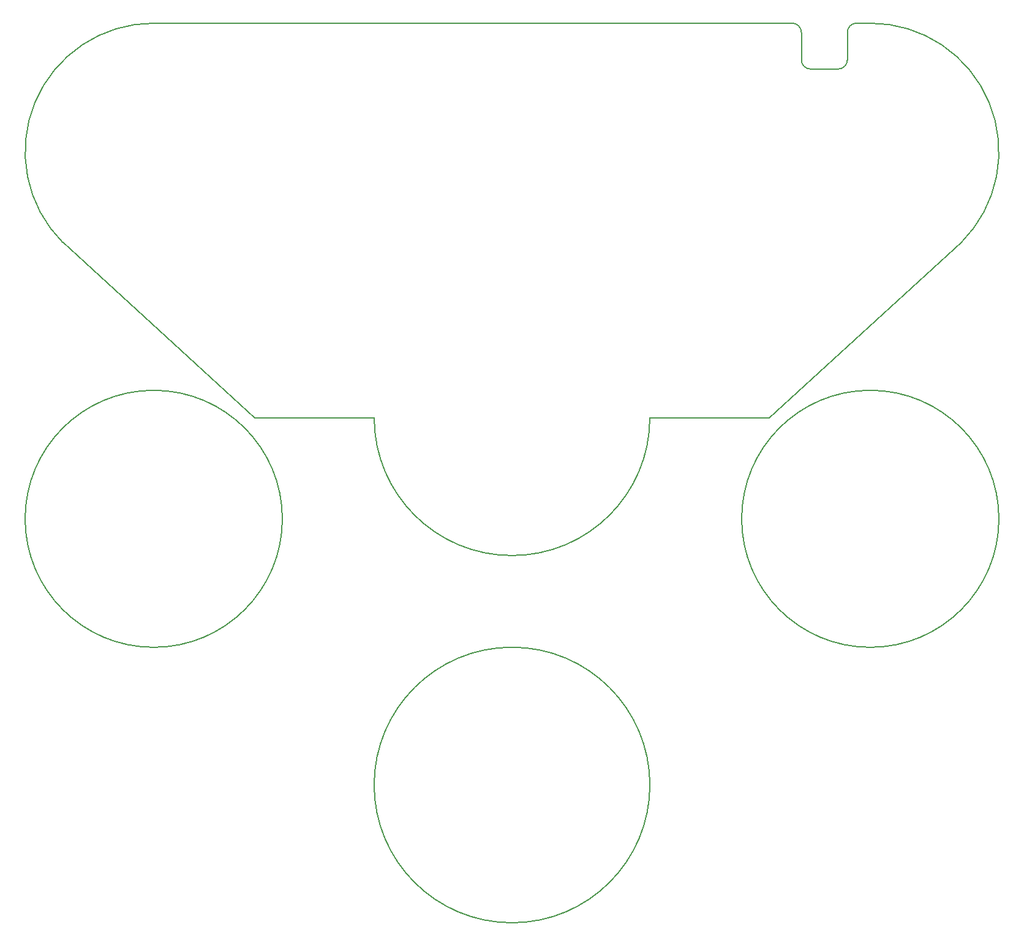
<source format=gm1>
%TF.GenerationSoftware,KiCad,Pcbnew,4.1.0-alpha+201609021633+7109~49~ubuntu16.04.1-product*%
%TF.CreationDate,2016-09-14T14:47:56+05:30*%
%TF.ProjectId,OTS2,4F5453322E6B696361645F7063620000,rev?*%
%TF.FileFunction,Profile,NP*%
%FSLAX46Y46*%
G04 Gerber Fmt 4.6, Leading zero omitted, Abs format (unit mm)*
G04 Created by KiCad (PCBNEW 4.1.0-alpha+201609021633+7109~49~ubuntu16.04.1-product) date Wed Sep 14 14:47:56 2016*
%MOMM*%
%LPD*%
G01*
G04 APERTURE LIST*
%ADD10C,0.101600*%
%ADD11C,0.203200*%
%ADD12C,0.152400*%
G04 APERTURE END LIST*
D10*
D11*
X111135580Y-128270000D02*
G75*
G03X111135580Y-128270000I-19060580J0D01*
G01*
X159385000Y-91440000D02*
G75*
G03X159385000Y-91440000I-17780000J0D01*
G01*
X60325000Y-91440000D02*
G75*
G03X60325000Y-91440000I-17780000J0D01*
G01*
D12*
X73025000Y-77470000D02*
G75*
G03X111125000Y-77470000I19050000J0D01*
G01*
X139700000Y-22860000D02*
X141605000Y-22860000D01*
X139700000Y-22860000D02*
G75*
G03X138430000Y-24130000I0J-1270000D01*
G01*
X132080000Y-24130000D02*
G75*
G03X130810000Y-22860000I-1270000J0D01*
G01*
X137160000Y-29210000D02*
G75*
G03X138430000Y-27940000I0J1270000D01*
G01*
X132080000Y-27940000D02*
G75*
G03X133350000Y-29210000I1270000J0D01*
G01*
X133350000Y-29210000D02*
X137160000Y-29210000D01*
X138430000Y-27940000D02*
X138430000Y-24130000D01*
X132080000Y-24130000D02*
X132080000Y-27940000D01*
X111125000Y-77470000D02*
X127635000Y-77470000D01*
X73025000Y-77470000D02*
X56515000Y-77470000D01*
X56515000Y-77470000D02*
X29972000Y-53213000D01*
X29972641Y-53212359D02*
G75*
G02X42545000Y-22860000I12572359J12572359D01*
G01*
X42545000Y-22860000D02*
X130810000Y-22860000D01*
X127635000Y-77470000D02*
X154178000Y-53213000D01*
X154177359Y-53212359D02*
G75*
G03X141605000Y-22860000I-12572359J12572359D01*
G01*
M02*

</source>
